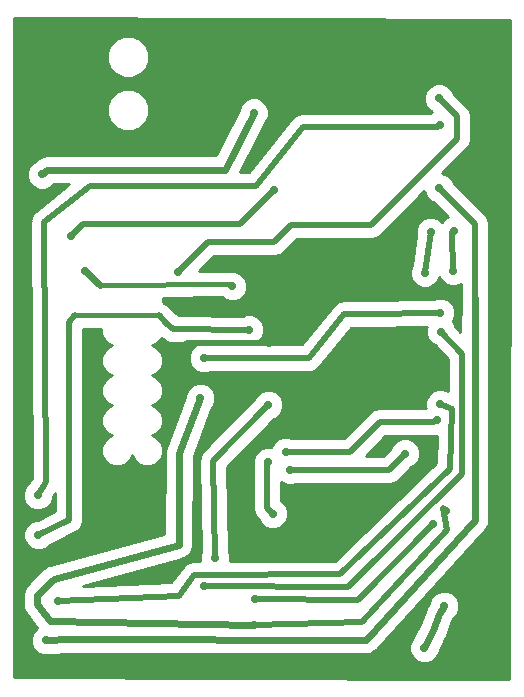
<source format=gbl>
G04 (created by PCBNEW (2013-08-24 BZR 4298)-stable) date Wed 20 Nov 2013 08:14:19 PM PST*
%MOIN*%
G04 Gerber Fmt 3.4, Leading zero omitted, Abs format*
%FSLAX34Y34*%
G01*
G70*
G90*
G04 APERTURE LIST*
%ADD10C,0.005906*%
%ADD11C,0.027559*%
%ADD12C,0.023622*%
%ADD13C,0.015748*%
%ADD14C,0.019685*%
%ADD15C,0.039370*%
%ADD16C,0.010000*%
G04 APERTURE END LIST*
G54D10*
G54D11*
X55787Y-32155D03*
X60679Y-32677D03*
X62594Y-38791D03*
X66440Y-38251D03*
X68055Y-32173D03*
X68070Y-30826D03*
X60757Y-31909D03*
X53901Y-25917D03*
X67803Y-42629D03*
X62098Y-41669D03*
X61244Y-41039D03*
X61919Y-34557D03*
X61681Y-28141D03*
X61051Y-25251D03*
X67303Y-30866D03*
X67106Y-32224D03*
X58877Y-32194D03*
X67578Y-26417D03*
X67492Y-37137D03*
X62460Y-38204D03*
X67618Y-33555D03*
X59734Y-35068D03*
X61881Y-38539D03*
X62039Y-40259D03*
X59618Y-36401D03*
X67807Y-40173D03*
X61401Y-43956D03*
X54350Y-28948D03*
X61397Y-26885D03*
X55299Y-31011D03*
X62082Y-29456D03*
X67568Y-29399D03*
X54468Y-44480D03*
X54200Y-39641D03*
X67602Y-27311D03*
X61251Y-34118D03*
X54220Y-40960D03*
X61885Y-36629D03*
X60102Y-41732D03*
X67618Y-36610D03*
X54881Y-43153D03*
X59751Y-42681D03*
X67649Y-34185D03*
X67748Y-43334D03*
X67090Y-44728D03*
X61452Y-43114D03*
X67389Y-40606D03*
G54D12*
X56279Y-32647D02*
X55787Y-32155D01*
G54D13*
X60600Y-32598D02*
X56279Y-32647D01*
X60679Y-32677D02*
X60600Y-32598D01*
G54D14*
X65901Y-38791D02*
X62594Y-38791D01*
X66440Y-38251D02*
X65901Y-38791D01*
X68023Y-30874D02*
X68055Y-32173D01*
X68070Y-30826D02*
X68023Y-30874D01*
X61919Y-34557D02*
X59173Y-34557D01*
X58809Y-34921D02*
X58809Y-35600D01*
X59173Y-34557D02*
X58809Y-34921D01*
X60757Y-31909D02*
X61318Y-32155D01*
X61919Y-32755D02*
X61919Y-34557D01*
X61318Y-32155D02*
X61919Y-32755D01*
G54D15*
X53901Y-25917D02*
X53877Y-25917D01*
G54D14*
X61279Y-41039D02*
X61244Y-41039D01*
X62098Y-41669D02*
X61279Y-41039D01*
G54D15*
X61244Y-41039D02*
X61228Y-41023D01*
G54D14*
X61919Y-34557D02*
X61899Y-34557D01*
G54D15*
X61084Y-25219D02*
X61084Y-25211D01*
X61051Y-25251D02*
X61084Y-25219D01*
G54D14*
X67303Y-30866D02*
X67106Y-32204D01*
X67106Y-32204D02*
X67106Y-32224D01*
X59872Y-31200D02*
X58877Y-32194D01*
X62086Y-31200D02*
X59872Y-31200D01*
X62657Y-30629D02*
X62086Y-31200D01*
X65305Y-30629D02*
X62657Y-30629D01*
X68179Y-27755D02*
X65305Y-30629D01*
X68179Y-27017D02*
X68179Y-27755D01*
X67578Y-26417D02*
X68179Y-27017D01*
X67492Y-37137D02*
X67417Y-37212D01*
X67417Y-37212D02*
X65598Y-37212D01*
X65598Y-37212D02*
X64606Y-38204D01*
X64606Y-38204D02*
X62460Y-38204D01*
X65059Y-33598D02*
X64421Y-33598D01*
X65059Y-33598D02*
X67618Y-33555D01*
X63228Y-35078D02*
X59734Y-35068D01*
X64421Y-33598D02*
X63228Y-35078D01*
X62039Y-40259D02*
X61838Y-40059D01*
X61838Y-40059D02*
X61838Y-38582D01*
X61838Y-38582D02*
X61881Y-38539D01*
G54D12*
X58921Y-38232D02*
X59618Y-36401D01*
X54181Y-42972D02*
X54728Y-42425D01*
X54728Y-42425D02*
X58893Y-41295D01*
X58893Y-41295D02*
X58921Y-38232D01*
X54181Y-43275D02*
X54181Y-42972D01*
X54606Y-43834D02*
X54181Y-43275D01*
X61401Y-43956D02*
X54606Y-43834D01*
G54D14*
X67807Y-40173D02*
X67700Y-40066D01*
X67700Y-40066D02*
X67850Y-40791D01*
X67850Y-40791D02*
X65011Y-43874D01*
X65011Y-43874D02*
X61401Y-43956D01*
G54D12*
X54350Y-28948D02*
X54500Y-28799D01*
X54500Y-28799D02*
X60433Y-28799D01*
X60433Y-28799D02*
X61397Y-26885D01*
G54D14*
X55299Y-31011D02*
X55708Y-30602D01*
X55708Y-30602D02*
X60937Y-30602D01*
X60937Y-30602D02*
X62082Y-29456D01*
X68775Y-30606D02*
X67568Y-29399D01*
X68775Y-30606D02*
X68775Y-33120D01*
X68775Y-33119D02*
X68775Y-33120D01*
G54D12*
X68771Y-40456D02*
X68775Y-33119D01*
X68775Y-33119D02*
X68775Y-33059D01*
X65149Y-44456D02*
X68771Y-40456D01*
X55200Y-44448D02*
X65149Y-44456D01*
X54468Y-44480D02*
X55200Y-44448D01*
G54D14*
X54200Y-39641D02*
X54472Y-39212D01*
X54472Y-39212D02*
X54417Y-30523D01*
X54417Y-30523D02*
X55940Y-29330D01*
X55940Y-29330D02*
X61460Y-29330D01*
X63031Y-27370D02*
X61460Y-29330D01*
X67543Y-27370D02*
X63031Y-27370D01*
X67602Y-27311D02*
X67543Y-27370D01*
X61251Y-34118D02*
X58700Y-34110D01*
X55236Y-33858D02*
X55251Y-40460D01*
X55444Y-33649D02*
X55236Y-33858D01*
G54D13*
X58240Y-33649D02*
X55444Y-33649D01*
G54D14*
X58700Y-34110D02*
X58476Y-33885D01*
X58476Y-33885D02*
X58240Y-33649D01*
X54220Y-40960D02*
X55251Y-40460D01*
X60039Y-38499D02*
X61885Y-36629D01*
X60102Y-41732D02*
X60039Y-38499D01*
X67941Y-38779D02*
X67998Y-36765D01*
X67998Y-36765D02*
X67618Y-36610D01*
X64291Y-42283D02*
X67941Y-38779D01*
X58901Y-43000D02*
X59409Y-42291D01*
X59409Y-42291D02*
X64291Y-42283D01*
X54881Y-43153D02*
X58901Y-43000D01*
X64535Y-42704D02*
X59751Y-42681D01*
X68350Y-38933D02*
X64535Y-42704D01*
X68350Y-34933D02*
X68350Y-38933D01*
X67649Y-34185D02*
X68350Y-34933D01*
G54D12*
X67748Y-43334D02*
X67586Y-43610D01*
X67586Y-43610D02*
X67389Y-44141D01*
X67389Y-44141D02*
X67090Y-44728D01*
G54D14*
X64877Y-43118D02*
X61452Y-43114D01*
X67389Y-40606D02*
X64877Y-43118D01*
G54D10*
G36*
X68312Y-32960D02*
X68292Y-33058D01*
X68292Y-33119D01*
X68291Y-34192D01*
X68121Y-34011D01*
X68076Y-33900D01*
X68029Y-33854D01*
X68044Y-33840D01*
X68120Y-33655D01*
X68120Y-33455D01*
X68044Y-33270D01*
X67903Y-33129D01*
X67718Y-33052D01*
X67518Y-33052D01*
X67414Y-33095D01*
X65055Y-33135D01*
X64421Y-33135D01*
X64396Y-33139D01*
X64371Y-33137D01*
X64308Y-33157D01*
X64243Y-33170D01*
X64223Y-33184D01*
X64199Y-33191D01*
X64148Y-33234D01*
X64093Y-33270D01*
X64079Y-33291D01*
X64060Y-33307D01*
X63007Y-34614D01*
X61377Y-34610D01*
X61536Y-34544D01*
X61677Y-34403D01*
X61754Y-34218D01*
X61754Y-34018D01*
X61678Y-33833D01*
X61537Y-33692D01*
X61352Y-33615D01*
X61152Y-33615D01*
X61058Y-33654D01*
X58893Y-33647D01*
X58804Y-33558D01*
X58567Y-33321D01*
X58417Y-33221D01*
X58375Y-33213D01*
X58375Y-33067D01*
X60336Y-33045D01*
X60393Y-33103D01*
X60578Y-33179D01*
X60778Y-33180D01*
X60963Y-33103D01*
X61105Y-32962D01*
X61181Y-32777D01*
X61181Y-32577D01*
X61105Y-32392D01*
X60964Y-32251D01*
X60779Y-32174D01*
X60700Y-32174D01*
X60682Y-32171D01*
X60600Y-32154D01*
X60597Y-32155D01*
X60595Y-32154D01*
X59561Y-32166D01*
X60063Y-31664D01*
X62086Y-31664D01*
X62263Y-31628D01*
X62263Y-31628D01*
X62414Y-31528D01*
X62849Y-31093D01*
X65305Y-31093D01*
X65482Y-31058D01*
X65482Y-31058D01*
X65632Y-30957D01*
X67073Y-29516D01*
X67142Y-29684D01*
X67283Y-29825D01*
X67379Y-29865D01*
X67876Y-30362D01*
X67786Y-30400D01*
X67667Y-30519D01*
X67588Y-30440D01*
X67403Y-30363D01*
X67203Y-30363D01*
X67018Y-30439D01*
X66877Y-30580D01*
X66800Y-30765D01*
X66800Y-30965D01*
X66814Y-31001D01*
X66675Y-31951D01*
X66603Y-32123D01*
X66603Y-32323D01*
X66679Y-32508D01*
X66821Y-32650D01*
X67005Y-32727D01*
X67205Y-32727D01*
X67390Y-32650D01*
X67532Y-32509D01*
X67591Y-32367D01*
X67628Y-32457D01*
X67769Y-32599D01*
X67954Y-32675D01*
X68154Y-32676D01*
X68312Y-32610D01*
X68312Y-32960D01*
X68312Y-32960D01*
G37*
G54D16*
X68312Y-32960D02*
X68292Y-33058D01*
X68292Y-33119D01*
X68291Y-34192D01*
X68121Y-34011D01*
X68076Y-33900D01*
X68029Y-33854D01*
X68044Y-33840D01*
X68120Y-33655D01*
X68120Y-33455D01*
X68044Y-33270D01*
X67903Y-33129D01*
X67718Y-33052D01*
X67518Y-33052D01*
X67414Y-33095D01*
X65055Y-33135D01*
X64421Y-33135D01*
X64396Y-33139D01*
X64371Y-33137D01*
X64308Y-33157D01*
X64243Y-33170D01*
X64223Y-33184D01*
X64199Y-33191D01*
X64148Y-33234D01*
X64093Y-33270D01*
X64079Y-33291D01*
X64060Y-33307D01*
X63007Y-34614D01*
X61377Y-34610D01*
X61536Y-34544D01*
X61677Y-34403D01*
X61754Y-34218D01*
X61754Y-34018D01*
X61678Y-33833D01*
X61537Y-33692D01*
X61352Y-33615D01*
X61152Y-33615D01*
X61058Y-33654D01*
X58893Y-33647D01*
X58804Y-33558D01*
X58567Y-33321D01*
X58417Y-33221D01*
X58375Y-33213D01*
X58375Y-33067D01*
X60336Y-33045D01*
X60393Y-33103D01*
X60578Y-33179D01*
X60778Y-33180D01*
X60963Y-33103D01*
X61105Y-32962D01*
X61181Y-32777D01*
X61181Y-32577D01*
X61105Y-32392D01*
X60964Y-32251D01*
X60779Y-32174D01*
X60700Y-32174D01*
X60682Y-32171D01*
X60600Y-32154D01*
X60597Y-32155D01*
X60595Y-32154D01*
X59561Y-32166D01*
X60063Y-31664D01*
X62086Y-31664D01*
X62263Y-31628D01*
X62263Y-31628D01*
X62414Y-31528D01*
X62849Y-31093D01*
X65305Y-31093D01*
X65482Y-31058D01*
X65482Y-31058D01*
X65632Y-30957D01*
X67073Y-29516D01*
X67142Y-29684D01*
X67283Y-29825D01*
X67379Y-29865D01*
X67876Y-30362D01*
X67786Y-30400D01*
X67667Y-30519D01*
X67588Y-30440D01*
X67403Y-30363D01*
X67203Y-30363D01*
X67018Y-30439D01*
X66877Y-30580D01*
X66800Y-30765D01*
X66800Y-30965D01*
X66814Y-31001D01*
X66675Y-31951D01*
X66603Y-32123D01*
X66603Y-32323D01*
X66679Y-32508D01*
X66821Y-32650D01*
X67005Y-32727D01*
X67205Y-32727D01*
X67390Y-32650D01*
X67532Y-32509D01*
X67591Y-32367D01*
X67628Y-32457D01*
X67769Y-32599D01*
X67954Y-32675D01*
X68154Y-32676D01*
X68312Y-32610D01*
X68312Y-32960D01*
G54D10*
G36*
X69949Y-23809D02*
X69914Y-45764D01*
X69258Y-45762D01*
X69258Y-33059D01*
X69238Y-32959D01*
X69238Y-30606D01*
X69238Y-30606D01*
X69238Y-30606D01*
X69203Y-30428D01*
X69103Y-30278D01*
X69103Y-30278D01*
X69103Y-30278D01*
X68034Y-29209D01*
X67995Y-29115D01*
X67854Y-28973D01*
X67686Y-28904D01*
X68506Y-28083D01*
X68607Y-27933D01*
X68607Y-27933D01*
X68642Y-27755D01*
X68642Y-27017D01*
X68642Y-27017D01*
X68642Y-27017D01*
X68607Y-26840D01*
X68506Y-26690D01*
X68506Y-26690D01*
X68506Y-26690D01*
X68044Y-26227D01*
X68005Y-26132D01*
X67863Y-25991D01*
X67679Y-25914D01*
X67479Y-25914D01*
X67294Y-25990D01*
X67152Y-26132D01*
X67076Y-26316D01*
X67075Y-26516D01*
X67152Y-26701D01*
X67293Y-26843D01*
X67355Y-26869D01*
X67317Y-26884D01*
X67295Y-26906D01*
X63031Y-26906D01*
X63006Y-26911D01*
X62980Y-26909D01*
X62918Y-26929D01*
X62854Y-26941D01*
X62832Y-26956D01*
X62808Y-26964D01*
X62758Y-27006D01*
X62703Y-27042D01*
X62689Y-27063D01*
X62669Y-27080D01*
X61238Y-28867D01*
X60939Y-28867D01*
X61765Y-27228D01*
X61823Y-27170D01*
X61900Y-26986D01*
X61900Y-26786D01*
X61824Y-26601D01*
X61682Y-26459D01*
X61498Y-26383D01*
X61298Y-26382D01*
X61113Y-26459D01*
X60971Y-26600D01*
X60894Y-26785D01*
X60894Y-26809D01*
X60135Y-28316D01*
X57908Y-28316D01*
X57908Y-26657D01*
X57908Y-24885D01*
X57801Y-24627D01*
X57605Y-24430D01*
X57348Y-24324D01*
X57070Y-24323D01*
X56812Y-24430D01*
X56616Y-24626D01*
X56509Y-24883D01*
X56509Y-25162D01*
X56615Y-25419D01*
X56811Y-25616D01*
X57068Y-25722D01*
X57347Y-25723D01*
X57604Y-25616D01*
X57801Y-25420D01*
X57908Y-25163D01*
X57908Y-24885D01*
X57908Y-26657D01*
X57801Y-26399D01*
X57605Y-26202D01*
X57348Y-26096D01*
X57070Y-26095D01*
X56812Y-26202D01*
X56616Y-26398D01*
X56509Y-26655D01*
X56509Y-26934D01*
X56615Y-27191D01*
X56811Y-27388D01*
X57068Y-27494D01*
X57347Y-27495D01*
X57604Y-27388D01*
X57801Y-27192D01*
X57908Y-26935D01*
X57908Y-26657D01*
X57908Y-28316D01*
X54500Y-28316D01*
X54315Y-28352D01*
X54158Y-28457D01*
X54113Y-28502D01*
X54065Y-28522D01*
X53924Y-28663D01*
X53847Y-28848D01*
X53847Y-29048D01*
X53923Y-29233D01*
X54065Y-29374D01*
X54249Y-29451D01*
X54449Y-29451D01*
X54634Y-29375D01*
X54727Y-29282D01*
X55251Y-29282D01*
X54131Y-30158D01*
X54112Y-30181D01*
X54087Y-30198D01*
X54053Y-30249D01*
X54013Y-30295D01*
X54004Y-30324D01*
X53988Y-30349D01*
X53976Y-30409D01*
X53957Y-30467D01*
X53959Y-30497D01*
X53953Y-30526D01*
X54008Y-39079D01*
X53924Y-39211D01*
X53916Y-39215D01*
X53774Y-39356D01*
X53698Y-39541D01*
X53697Y-39741D01*
X53774Y-39926D01*
X53915Y-40067D01*
X54100Y-40144D01*
X54300Y-40144D01*
X54485Y-40068D01*
X54626Y-39926D01*
X54703Y-39742D01*
X54703Y-39713D01*
X54786Y-39582D01*
X54787Y-40170D01*
X54195Y-40457D01*
X54120Y-40457D01*
X53936Y-40534D01*
X53794Y-40675D01*
X53717Y-40860D01*
X53717Y-41060D01*
X53794Y-41245D01*
X53935Y-41386D01*
X54120Y-41463D01*
X54320Y-41463D01*
X54504Y-41387D01*
X54601Y-41291D01*
X55454Y-40877D01*
X55515Y-40830D01*
X55580Y-40787D01*
X55587Y-40776D01*
X55598Y-40768D01*
X55637Y-40701D01*
X55680Y-40636D01*
X55683Y-40623D01*
X55689Y-40612D01*
X55700Y-40535D01*
X55715Y-40459D01*
X55700Y-34093D01*
X56325Y-34093D01*
X56325Y-34253D01*
X56405Y-34446D01*
X56552Y-34594D01*
X56685Y-34649D01*
X56553Y-34704D01*
X56405Y-34851D01*
X56325Y-35044D01*
X56325Y-35253D01*
X56405Y-35446D01*
X56552Y-35594D01*
X56685Y-35649D01*
X56553Y-35704D01*
X56405Y-35851D01*
X56325Y-36044D01*
X56325Y-36253D01*
X56405Y-36446D01*
X56552Y-36594D01*
X56685Y-36649D01*
X56553Y-36704D01*
X56405Y-36851D01*
X56325Y-37044D01*
X56325Y-37253D01*
X56405Y-37446D01*
X56552Y-37594D01*
X56685Y-37649D01*
X56553Y-37704D01*
X56405Y-37851D01*
X56325Y-38044D01*
X56325Y-38253D01*
X56405Y-38446D01*
X56552Y-38594D01*
X56745Y-38674D01*
X56954Y-38674D01*
X57147Y-38594D01*
X57295Y-38447D01*
X57350Y-38314D01*
X57405Y-38446D01*
X57552Y-38594D01*
X57745Y-38674D01*
X57954Y-38674D01*
X58147Y-38594D01*
X58295Y-38447D01*
X58375Y-38254D01*
X58375Y-38045D01*
X58295Y-37852D01*
X58148Y-37704D01*
X58015Y-37649D01*
X58147Y-37594D01*
X58295Y-37447D01*
X58375Y-37254D01*
X58375Y-37045D01*
X58295Y-36852D01*
X58148Y-36704D01*
X58015Y-36649D01*
X58147Y-36594D01*
X58295Y-36447D01*
X58375Y-36254D01*
X58375Y-36045D01*
X58295Y-35852D01*
X58148Y-35704D01*
X58015Y-35649D01*
X58147Y-35594D01*
X58295Y-35447D01*
X58375Y-35254D01*
X58375Y-35045D01*
X58295Y-34852D01*
X58148Y-34704D01*
X58015Y-34649D01*
X58147Y-34594D01*
X58295Y-34447D01*
X58320Y-34385D01*
X58373Y-34437D01*
X58447Y-34487D01*
X58522Y-34537D01*
X58522Y-34537D01*
X58523Y-34538D01*
X58611Y-34555D01*
X58699Y-34573D01*
X59609Y-34576D01*
X59449Y-34642D01*
X59308Y-34783D01*
X59231Y-34968D01*
X59231Y-35168D01*
X59307Y-35353D01*
X59449Y-35494D01*
X59633Y-35571D01*
X59833Y-35571D01*
X59927Y-35532D01*
X63227Y-35542D01*
X63252Y-35537D01*
X63277Y-35539D01*
X63340Y-35519D01*
X63404Y-35507D01*
X63425Y-35493D01*
X63450Y-35485D01*
X63500Y-35443D01*
X63555Y-35407D01*
X63569Y-35385D01*
X63589Y-35369D01*
X64642Y-34061D01*
X65059Y-34061D01*
X65062Y-34061D01*
X65066Y-34061D01*
X67171Y-34026D01*
X67146Y-34084D01*
X67146Y-34284D01*
X67223Y-34469D01*
X67364Y-34611D01*
X67445Y-34644D01*
X67887Y-35116D01*
X67887Y-36177D01*
X67718Y-36107D01*
X67518Y-36107D01*
X67333Y-36183D01*
X67192Y-36325D01*
X67115Y-36509D01*
X67115Y-36709D01*
X67131Y-36749D01*
X65598Y-36749D01*
X65421Y-36784D01*
X65270Y-36884D01*
X64414Y-37741D01*
X62655Y-37741D01*
X62561Y-37702D01*
X62361Y-37701D01*
X62176Y-37778D01*
X62034Y-37919D01*
X61985Y-38038D01*
X61982Y-38036D01*
X61782Y-38036D01*
X61597Y-38112D01*
X61455Y-38254D01*
X61379Y-38438D01*
X61379Y-38562D01*
X61375Y-38582D01*
X61375Y-40059D01*
X61410Y-40236D01*
X61510Y-40386D01*
X61573Y-40449D01*
X61612Y-40544D01*
X61754Y-40685D01*
X61938Y-40762D01*
X62138Y-40762D01*
X62323Y-40686D01*
X62465Y-40545D01*
X62542Y-40360D01*
X62542Y-40160D01*
X62465Y-39975D01*
X62324Y-39833D01*
X62301Y-39824D01*
X62301Y-39209D01*
X62309Y-39217D01*
X62494Y-39294D01*
X62694Y-39294D01*
X62789Y-39254D01*
X65901Y-39254D01*
X66078Y-39219D01*
X66078Y-39219D01*
X66229Y-39119D01*
X66630Y-38717D01*
X66725Y-38678D01*
X66866Y-38537D01*
X66943Y-38352D01*
X66943Y-38152D01*
X66867Y-37967D01*
X66726Y-37826D01*
X66541Y-37749D01*
X66341Y-37749D01*
X66156Y-37825D01*
X66014Y-37966D01*
X65975Y-38062D01*
X65709Y-38327D01*
X65138Y-38327D01*
X65790Y-37675D01*
X67417Y-37675D01*
X67509Y-37657D01*
X67483Y-38576D01*
X64104Y-41820D01*
X60605Y-41826D01*
X60605Y-41632D01*
X60561Y-41527D01*
X60506Y-38686D01*
X62078Y-37094D01*
X62170Y-37056D01*
X62311Y-36915D01*
X62388Y-36730D01*
X62388Y-36530D01*
X62312Y-36345D01*
X62170Y-36203D01*
X61986Y-36127D01*
X61786Y-36127D01*
X61601Y-36203D01*
X61459Y-36344D01*
X61418Y-36443D01*
X59709Y-38174D01*
X59707Y-38176D01*
X59705Y-38178D01*
X59658Y-38252D01*
X59610Y-38325D01*
X59609Y-38328D01*
X59607Y-38330D01*
X59592Y-38416D01*
X59575Y-38502D01*
X59576Y-38505D01*
X59576Y-38508D01*
X59635Y-41546D01*
X59599Y-41631D01*
X59599Y-41827D01*
X59408Y-41827D01*
X59371Y-41835D01*
X59333Y-41834D01*
X59283Y-41852D01*
X59231Y-41863D01*
X59200Y-41884D01*
X59164Y-41897D01*
X59125Y-41934D01*
X59081Y-41964D01*
X59060Y-41995D01*
X59032Y-42021D01*
X58657Y-42545D01*
X55715Y-42657D01*
X59020Y-41761D01*
X59046Y-41748D01*
X59074Y-41743D01*
X59129Y-41707D01*
X59188Y-41677D01*
X59207Y-41655D01*
X59232Y-41639D01*
X59269Y-41585D01*
X59312Y-41535D01*
X59322Y-41508D01*
X59338Y-41484D01*
X59351Y-41419D01*
X59372Y-41356D01*
X59370Y-41327D01*
X59376Y-41299D01*
X59403Y-38323D01*
X60015Y-36715D01*
X60044Y-36686D01*
X60120Y-36502D01*
X60120Y-36302D01*
X60044Y-36117D01*
X59903Y-35975D01*
X59718Y-35898D01*
X59518Y-35898D01*
X59333Y-35975D01*
X59192Y-36116D01*
X59115Y-36301D01*
X59115Y-36364D01*
X58469Y-38060D01*
X58455Y-38144D01*
X58438Y-38227D01*
X58413Y-40924D01*
X54601Y-41958D01*
X54574Y-41972D01*
X54543Y-41978D01*
X54490Y-42014D01*
X54433Y-42042D01*
X54412Y-42066D01*
X54386Y-42083D01*
X53839Y-42630D01*
X53734Y-42787D01*
X53698Y-42972D01*
X53698Y-43275D01*
X53710Y-43336D01*
X53713Y-43398D01*
X53728Y-43428D01*
X53734Y-43460D01*
X53769Y-43512D01*
X53796Y-43568D01*
X54173Y-44064D01*
X54042Y-44195D01*
X53965Y-44379D01*
X53965Y-44579D01*
X54042Y-44764D01*
X54183Y-44906D01*
X54368Y-44982D01*
X54568Y-44983D01*
X54631Y-44956D01*
X55210Y-44931D01*
X65149Y-44939D01*
X65161Y-44937D01*
X65173Y-44939D01*
X65253Y-44919D01*
X65334Y-44903D01*
X65344Y-44896D01*
X65356Y-44893D01*
X65422Y-44844D01*
X65490Y-44798D01*
X65497Y-44788D01*
X65507Y-44780D01*
X69129Y-40780D01*
X69172Y-40710D01*
X69217Y-40641D01*
X69220Y-40629D01*
X69226Y-40619D01*
X69238Y-40537D01*
X69254Y-40456D01*
X69258Y-33119D01*
X69258Y-33059D01*
X69258Y-45762D01*
X68250Y-45759D01*
X68250Y-43235D01*
X68174Y-43050D01*
X68033Y-42908D01*
X67848Y-42831D01*
X67648Y-42831D01*
X67463Y-42908D01*
X67322Y-43049D01*
X67245Y-43234D01*
X67245Y-43237D01*
X67169Y-43366D01*
X67155Y-43406D01*
X67133Y-43442D01*
X66946Y-43947D01*
X66723Y-44383D01*
X66664Y-44443D01*
X66587Y-44627D01*
X66587Y-44827D01*
X66664Y-45012D01*
X66805Y-45154D01*
X66990Y-45231D01*
X67190Y-45231D01*
X67374Y-45154D01*
X67516Y-45013D01*
X67593Y-44828D01*
X67593Y-44805D01*
X67820Y-44361D01*
X67827Y-44333D01*
X67842Y-44309D01*
X68024Y-43817D01*
X68094Y-43699D01*
X68173Y-43619D01*
X68250Y-43435D01*
X68250Y-43235D01*
X68250Y-45759D01*
X53408Y-45710D01*
X53408Y-23731D01*
X69949Y-23809D01*
X69949Y-23809D01*
G37*
G54D16*
X69949Y-23809D02*
X69914Y-45764D01*
X69258Y-45762D01*
X69258Y-33059D01*
X69238Y-32959D01*
X69238Y-30606D01*
X69238Y-30606D01*
X69238Y-30606D01*
X69203Y-30428D01*
X69103Y-30278D01*
X69103Y-30278D01*
X69103Y-30278D01*
X68034Y-29209D01*
X67995Y-29115D01*
X67854Y-28973D01*
X67686Y-28904D01*
X68506Y-28083D01*
X68607Y-27933D01*
X68607Y-27933D01*
X68642Y-27755D01*
X68642Y-27017D01*
X68642Y-27017D01*
X68642Y-27017D01*
X68607Y-26840D01*
X68506Y-26690D01*
X68506Y-26690D01*
X68506Y-26690D01*
X68044Y-26227D01*
X68005Y-26132D01*
X67863Y-25991D01*
X67679Y-25914D01*
X67479Y-25914D01*
X67294Y-25990D01*
X67152Y-26132D01*
X67076Y-26316D01*
X67075Y-26516D01*
X67152Y-26701D01*
X67293Y-26843D01*
X67355Y-26869D01*
X67317Y-26884D01*
X67295Y-26906D01*
X63031Y-26906D01*
X63006Y-26911D01*
X62980Y-26909D01*
X62918Y-26929D01*
X62854Y-26941D01*
X62832Y-26956D01*
X62808Y-26964D01*
X62758Y-27006D01*
X62703Y-27042D01*
X62689Y-27063D01*
X62669Y-27080D01*
X61238Y-28867D01*
X60939Y-28867D01*
X61765Y-27228D01*
X61823Y-27170D01*
X61900Y-26986D01*
X61900Y-26786D01*
X61824Y-26601D01*
X61682Y-26459D01*
X61498Y-26383D01*
X61298Y-26382D01*
X61113Y-26459D01*
X60971Y-26600D01*
X60894Y-26785D01*
X60894Y-26809D01*
X60135Y-28316D01*
X57908Y-28316D01*
X57908Y-26657D01*
X57908Y-24885D01*
X57801Y-24627D01*
X57605Y-24430D01*
X57348Y-24324D01*
X57070Y-24323D01*
X56812Y-24430D01*
X56616Y-24626D01*
X56509Y-24883D01*
X56509Y-25162D01*
X56615Y-25419D01*
X56811Y-25616D01*
X57068Y-25722D01*
X57347Y-25723D01*
X57604Y-25616D01*
X57801Y-25420D01*
X57908Y-25163D01*
X57908Y-24885D01*
X57908Y-26657D01*
X57801Y-26399D01*
X57605Y-26202D01*
X57348Y-26096D01*
X57070Y-26095D01*
X56812Y-26202D01*
X56616Y-26398D01*
X56509Y-26655D01*
X56509Y-26934D01*
X56615Y-27191D01*
X56811Y-27388D01*
X57068Y-27494D01*
X57347Y-27495D01*
X57604Y-27388D01*
X57801Y-27192D01*
X57908Y-26935D01*
X57908Y-26657D01*
X57908Y-28316D01*
X54500Y-28316D01*
X54315Y-28352D01*
X54158Y-28457D01*
X54113Y-28502D01*
X54065Y-28522D01*
X53924Y-28663D01*
X53847Y-28848D01*
X53847Y-29048D01*
X53923Y-29233D01*
X54065Y-29374D01*
X54249Y-29451D01*
X54449Y-29451D01*
X54634Y-29375D01*
X54727Y-29282D01*
X55251Y-29282D01*
X54131Y-30158D01*
X54112Y-30181D01*
X54087Y-30198D01*
X54053Y-30249D01*
X54013Y-30295D01*
X54004Y-30324D01*
X53988Y-30349D01*
X53976Y-30409D01*
X53957Y-30467D01*
X53959Y-30497D01*
X53953Y-30526D01*
X54008Y-39079D01*
X53924Y-39211D01*
X53916Y-39215D01*
X53774Y-39356D01*
X53698Y-39541D01*
X53697Y-39741D01*
X53774Y-39926D01*
X53915Y-40067D01*
X54100Y-40144D01*
X54300Y-40144D01*
X54485Y-40068D01*
X54626Y-39926D01*
X54703Y-39742D01*
X54703Y-39713D01*
X54786Y-39582D01*
X54787Y-40170D01*
X54195Y-40457D01*
X54120Y-40457D01*
X53936Y-40534D01*
X53794Y-40675D01*
X53717Y-40860D01*
X53717Y-41060D01*
X53794Y-41245D01*
X53935Y-41386D01*
X54120Y-41463D01*
X54320Y-41463D01*
X54504Y-41387D01*
X54601Y-41291D01*
X55454Y-40877D01*
X55515Y-40830D01*
X55580Y-40787D01*
X55587Y-40776D01*
X55598Y-40768D01*
X55637Y-40701D01*
X55680Y-40636D01*
X55683Y-40623D01*
X55689Y-40612D01*
X55700Y-40535D01*
X55715Y-40459D01*
X55700Y-34093D01*
X56325Y-34093D01*
X56325Y-34253D01*
X56405Y-34446D01*
X56552Y-34594D01*
X56685Y-34649D01*
X56553Y-34704D01*
X56405Y-34851D01*
X56325Y-35044D01*
X56325Y-35253D01*
X56405Y-35446D01*
X56552Y-35594D01*
X56685Y-35649D01*
X56553Y-35704D01*
X56405Y-35851D01*
X56325Y-36044D01*
X56325Y-36253D01*
X56405Y-36446D01*
X56552Y-36594D01*
X56685Y-36649D01*
X56553Y-36704D01*
X56405Y-36851D01*
X56325Y-37044D01*
X56325Y-37253D01*
X56405Y-37446D01*
X56552Y-37594D01*
X56685Y-37649D01*
X56553Y-37704D01*
X56405Y-37851D01*
X56325Y-38044D01*
X56325Y-38253D01*
X56405Y-38446D01*
X56552Y-38594D01*
X56745Y-38674D01*
X56954Y-38674D01*
X57147Y-38594D01*
X57295Y-38447D01*
X57350Y-38314D01*
X57405Y-38446D01*
X57552Y-38594D01*
X57745Y-38674D01*
X57954Y-38674D01*
X58147Y-38594D01*
X58295Y-38447D01*
X58375Y-38254D01*
X58375Y-38045D01*
X58295Y-37852D01*
X58148Y-37704D01*
X58015Y-37649D01*
X58147Y-37594D01*
X58295Y-37447D01*
X58375Y-37254D01*
X58375Y-37045D01*
X58295Y-36852D01*
X58148Y-36704D01*
X58015Y-36649D01*
X58147Y-36594D01*
X58295Y-36447D01*
X58375Y-36254D01*
X58375Y-36045D01*
X58295Y-35852D01*
X58148Y-35704D01*
X58015Y-35649D01*
X58147Y-35594D01*
X58295Y-35447D01*
X58375Y-35254D01*
X58375Y-35045D01*
X58295Y-34852D01*
X58148Y-34704D01*
X58015Y-34649D01*
X58147Y-34594D01*
X58295Y-34447D01*
X58320Y-34385D01*
X58373Y-34437D01*
X58447Y-34487D01*
X58522Y-34537D01*
X58522Y-34537D01*
X58523Y-34538D01*
X58611Y-34555D01*
X58699Y-34573D01*
X59609Y-34576D01*
X59449Y-34642D01*
X59308Y-34783D01*
X59231Y-34968D01*
X59231Y-35168D01*
X59307Y-35353D01*
X59449Y-35494D01*
X59633Y-35571D01*
X59833Y-35571D01*
X59927Y-35532D01*
X63227Y-35542D01*
X63252Y-35537D01*
X63277Y-35539D01*
X63340Y-35519D01*
X63404Y-35507D01*
X63425Y-35493D01*
X63450Y-35485D01*
X63500Y-35443D01*
X63555Y-35407D01*
X63569Y-35385D01*
X63589Y-35369D01*
X64642Y-34061D01*
X65059Y-34061D01*
X65062Y-34061D01*
X65066Y-34061D01*
X67171Y-34026D01*
X67146Y-34084D01*
X67146Y-34284D01*
X67223Y-34469D01*
X67364Y-34611D01*
X67445Y-34644D01*
X67887Y-35116D01*
X67887Y-36177D01*
X67718Y-36107D01*
X67518Y-36107D01*
X67333Y-36183D01*
X67192Y-36325D01*
X67115Y-36509D01*
X67115Y-36709D01*
X67131Y-36749D01*
X65598Y-36749D01*
X65421Y-36784D01*
X65270Y-36884D01*
X64414Y-37741D01*
X62655Y-37741D01*
X62561Y-37702D01*
X62361Y-37701D01*
X62176Y-37778D01*
X62034Y-37919D01*
X61985Y-38038D01*
X61982Y-38036D01*
X61782Y-38036D01*
X61597Y-38112D01*
X61455Y-38254D01*
X61379Y-38438D01*
X61379Y-38562D01*
X61375Y-38582D01*
X61375Y-40059D01*
X61410Y-40236D01*
X61510Y-40386D01*
X61573Y-40449D01*
X61612Y-40544D01*
X61754Y-40685D01*
X61938Y-40762D01*
X62138Y-40762D01*
X62323Y-40686D01*
X62465Y-40545D01*
X62542Y-40360D01*
X62542Y-40160D01*
X62465Y-39975D01*
X62324Y-39833D01*
X62301Y-39824D01*
X62301Y-39209D01*
X62309Y-39217D01*
X62494Y-39294D01*
X62694Y-39294D01*
X62789Y-39254D01*
X65901Y-39254D01*
X66078Y-39219D01*
X66078Y-39219D01*
X66229Y-39119D01*
X66630Y-38717D01*
X66725Y-38678D01*
X66866Y-38537D01*
X66943Y-38352D01*
X66943Y-38152D01*
X66867Y-37967D01*
X66726Y-37826D01*
X66541Y-37749D01*
X66341Y-37749D01*
X66156Y-37825D01*
X66014Y-37966D01*
X65975Y-38062D01*
X65709Y-38327D01*
X65138Y-38327D01*
X65790Y-37675D01*
X67417Y-37675D01*
X67509Y-37657D01*
X67483Y-38576D01*
X64104Y-41820D01*
X60605Y-41826D01*
X60605Y-41632D01*
X60561Y-41527D01*
X60506Y-38686D01*
X62078Y-37094D01*
X62170Y-37056D01*
X62311Y-36915D01*
X62388Y-36730D01*
X62388Y-36530D01*
X62312Y-36345D01*
X62170Y-36203D01*
X61986Y-36127D01*
X61786Y-36127D01*
X61601Y-36203D01*
X61459Y-36344D01*
X61418Y-36443D01*
X59709Y-38174D01*
X59707Y-38176D01*
X59705Y-38178D01*
X59658Y-38252D01*
X59610Y-38325D01*
X59609Y-38328D01*
X59607Y-38330D01*
X59592Y-38416D01*
X59575Y-38502D01*
X59576Y-38505D01*
X59576Y-38508D01*
X59635Y-41546D01*
X59599Y-41631D01*
X59599Y-41827D01*
X59408Y-41827D01*
X59371Y-41835D01*
X59333Y-41834D01*
X59283Y-41852D01*
X59231Y-41863D01*
X59200Y-41884D01*
X59164Y-41897D01*
X59125Y-41934D01*
X59081Y-41964D01*
X59060Y-41995D01*
X59032Y-42021D01*
X58657Y-42545D01*
X55715Y-42657D01*
X59020Y-41761D01*
X59046Y-41748D01*
X59074Y-41743D01*
X59129Y-41707D01*
X59188Y-41677D01*
X59207Y-41655D01*
X59232Y-41639D01*
X59269Y-41585D01*
X59312Y-41535D01*
X59322Y-41508D01*
X59338Y-41484D01*
X59351Y-41419D01*
X59372Y-41356D01*
X59370Y-41327D01*
X59376Y-41299D01*
X59403Y-38323D01*
X60015Y-36715D01*
X60044Y-36686D01*
X60120Y-36502D01*
X60120Y-36302D01*
X60044Y-36117D01*
X59903Y-35975D01*
X59718Y-35898D01*
X59518Y-35898D01*
X59333Y-35975D01*
X59192Y-36116D01*
X59115Y-36301D01*
X59115Y-36364D01*
X58469Y-38060D01*
X58455Y-38144D01*
X58438Y-38227D01*
X58413Y-40924D01*
X54601Y-41958D01*
X54574Y-41972D01*
X54543Y-41978D01*
X54490Y-42014D01*
X54433Y-42042D01*
X54412Y-42066D01*
X54386Y-42083D01*
X53839Y-42630D01*
X53734Y-42787D01*
X53698Y-42972D01*
X53698Y-43275D01*
X53710Y-43336D01*
X53713Y-43398D01*
X53728Y-43428D01*
X53734Y-43460D01*
X53769Y-43512D01*
X53796Y-43568D01*
X54173Y-44064D01*
X54042Y-44195D01*
X53965Y-44379D01*
X53965Y-44579D01*
X54042Y-44764D01*
X54183Y-44906D01*
X54368Y-44982D01*
X54568Y-44983D01*
X54631Y-44956D01*
X55210Y-44931D01*
X65149Y-44939D01*
X65161Y-44937D01*
X65173Y-44939D01*
X65253Y-44919D01*
X65334Y-44903D01*
X65344Y-44896D01*
X65356Y-44893D01*
X65422Y-44844D01*
X65490Y-44798D01*
X65497Y-44788D01*
X65507Y-44780D01*
X69129Y-40780D01*
X69172Y-40710D01*
X69217Y-40641D01*
X69220Y-40629D01*
X69226Y-40619D01*
X69238Y-40537D01*
X69254Y-40456D01*
X69258Y-33119D01*
X69258Y-33059D01*
X69258Y-45762D01*
X68250Y-45759D01*
X68250Y-43235D01*
X68174Y-43050D01*
X68033Y-42908D01*
X67848Y-42831D01*
X67648Y-42831D01*
X67463Y-42908D01*
X67322Y-43049D01*
X67245Y-43234D01*
X67245Y-43237D01*
X67169Y-43366D01*
X67155Y-43406D01*
X67133Y-43442D01*
X66946Y-43947D01*
X66723Y-44383D01*
X66664Y-44443D01*
X66587Y-44627D01*
X66587Y-44827D01*
X66664Y-45012D01*
X66805Y-45154D01*
X66990Y-45231D01*
X67190Y-45231D01*
X67374Y-45154D01*
X67516Y-45013D01*
X67593Y-44828D01*
X67593Y-44805D01*
X67820Y-44361D01*
X67827Y-44333D01*
X67842Y-44309D01*
X68024Y-43817D01*
X68094Y-43699D01*
X68173Y-43619D01*
X68250Y-43435D01*
X68250Y-43235D01*
X68250Y-45759D01*
X53408Y-45710D01*
X53408Y-23731D01*
X69949Y-23809D01*
M02*

</source>
